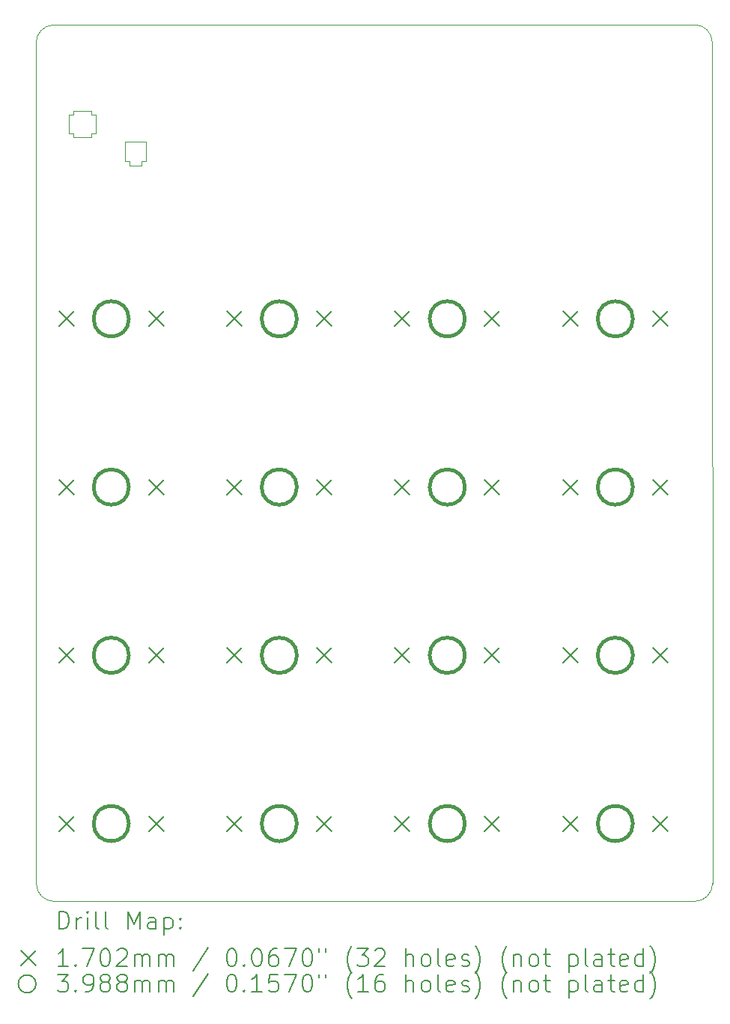
<source format=gbr>
%TF.GenerationSoftware,KiCad,Pcbnew,8.0.5*%
%TF.CreationDate,2024-10-25T18:54:29-04:00*%
%TF.ProjectId,macropad,6d616372-6f70-4616-942e-6b696361645f,v1.0.0*%
%TF.SameCoordinates,Original*%
%TF.FileFunction,Drillmap*%
%TF.FilePolarity,Positive*%
%FSLAX45Y45*%
G04 Gerber Fmt 4.5, Leading zero omitted, Abs format (unit mm)*
G04 Created by KiCad (PCBNEW 8.0.5) date 2024-10-25 18:54:29*
%MOMM*%
%LPD*%
G01*
G04 APERTURE LIST*
%ADD10C,0.050000*%
%ADD11C,0.100000*%
%ADD12C,0.200000*%
%ADD13C,0.170180*%
%ADD14C,0.398780*%
G04 APERTURE END LIST*
D10*
X8252421Y-13197579D02*
X15499579Y-13197579D01*
X8243000Y-3300000D02*
X15496579Y-3296421D01*
X8051244Y-3500000D02*
G75*
G02*
X8243000Y-3300001I200176J0D01*
G01*
X8051244Y-3500000D02*
X8052421Y-12997579D01*
X15699579Y-12997579D02*
G75*
G02*
X15499579Y-13197579I-199999J-1D01*
G01*
X8252421Y-13197579D02*
G75*
G02*
X8052421Y-12997579I-1J199999D01*
G01*
X15496579Y-3296421D02*
G75*
G02*
X15696579Y-3496421I1J-199999D01*
G01*
X15696579Y-3496421D02*
X15699579Y-12997579D01*
D11*
X8417800Y-4317000D02*
X8467800Y-4317000D01*
X8417800Y-4521000D02*
X8417800Y-4317000D01*
X8467800Y-4267000D02*
X8671800Y-4267000D01*
X8467800Y-4317000D02*
X8467800Y-4267000D01*
X8467800Y-4521000D02*
X8417800Y-4521000D01*
X8467800Y-4571000D02*
X8467800Y-4521000D01*
X8671800Y-4267000D02*
X8671800Y-4317000D01*
X8671800Y-4317000D02*
X8721800Y-4317000D01*
X8671800Y-4521000D02*
X8671800Y-4571000D01*
X8671800Y-4571000D02*
X8467800Y-4571000D01*
X8721800Y-4317000D02*
X8721800Y-4521000D01*
X8721800Y-4521000D02*
X8671800Y-4521000D01*
X9052800Y-4622200D02*
X9293300Y-4622200D01*
X9052800Y-4838500D02*
X9052800Y-4622200D01*
X9102800Y-4838500D02*
X9052800Y-4838500D01*
X9102800Y-4888500D02*
X9102800Y-4838500D01*
X9243300Y-4838500D02*
X9243300Y-4888500D01*
X9243300Y-4888500D02*
X9102800Y-4888500D01*
X9293300Y-4622200D02*
X9293300Y-4838500D01*
X9293300Y-4838500D02*
X9243300Y-4838500D01*
D12*
D13*
X8306910Y-6533910D02*
X8477090Y-6704090D01*
X8477090Y-6533910D02*
X8306910Y-6704090D01*
X8306910Y-8433910D02*
X8477090Y-8604090D01*
X8477090Y-8433910D02*
X8306910Y-8604090D01*
X8306910Y-10333910D02*
X8477090Y-10504090D01*
X8477090Y-10333910D02*
X8306910Y-10504090D01*
X8306910Y-12233910D02*
X8477090Y-12404090D01*
X8477090Y-12233910D02*
X8306910Y-12404090D01*
X9322910Y-6533910D02*
X9493090Y-6704090D01*
X9493090Y-6533910D02*
X9322910Y-6704090D01*
X9322910Y-8433910D02*
X9493090Y-8604090D01*
X9493090Y-8433910D02*
X9322910Y-8604090D01*
X9322910Y-10333910D02*
X9493090Y-10504090D01*
X9493090Y-10333910D02*
X9322910Y-10504090D01*
X9322910Y-12233910D02*
X9493090Y-12404090D01*
X9493090Y-12233910D02*
X9322910Y-12404090D01*
X10206910Y-6533910D02*
X10377090Y-6704090D01*
X10377090Y-6533910D02*
X10206910Y-6704090D01*
X10206910Y-8433910D02*
X10377090Y-8604090D01*
X10377090Y-8433910D02*
X10206910Y-8604090D01*
X10206910Y-10333910D02*
X10377090Y-10504090D01*
X10377090Y-10333910D02*
X10206910Y-10504090D01*
X10206910Y-12233910D02*
X10377090Y-12404090D01*
X10377090Y-12233910D02*
X10206910Y-12404090D01*
X11222910Y-6533910D02*
X11393090Y-6704090D01*
X11393090Y-6533910D02*
X11222910Y-6704090D01*
X11222910Y-8433910D02*
X11393090Y-8604090D01*
X11393090Y-8433910D02*
X11222910Y-8604090D01*
X11222910Y-10333910D02*
X11393090Y-10504090D01*
X11393090Y-10333910D02*
X11222910Y-10504090D01*
X11222910Y-12233910D02*
X11393090Y-12404090D01*
X11393090Y-12233910D02*
X11222910Y-12404090D01*
X12106910Y-6533910D02*
X12277090Y-6704090D01*
X12277090Y-6533910D02*
X12106910Y-6704090D01*
X12106910Y-8433910D02*
X12277090Y-8604090D01*
X12277090Y-8433910D02*
X12106910Y-8604090D01*
X12106910Y-10333910D02*
X12277090Y-10504090D01*
X12277090Y-10333910D02*
X12106910Y-10504090D01*
X12106910Y-12233910D02*
X12277090Y-12404090D01*
X12277090Y-12233910D02*
X12106910Y-12404090D01*
X13122910Y-6533910D02*
X13293090Y-6704090D01*
X13293090Y-6533910D02*
X13122910Y-6704090D01*
X13122910Y-8433910D02*
X13293090Y-8604090D01*
X13293090Y-8433910D02*
X13122910Y-8604090D01*
X13122910Y-10333910D02*
X13293090Y-10504090D01*
X13293090Y-10333910D02*
X13122910Y-10504090D01*
X13122910Y-12233910D02*
X13293090Y-12404090D01*
X13293090Y-12233910D02*
X13122910Y-12404090D01*
X14006910Y-6533910D02*
X14177090Y-6704090D01*
X14177090Y-6533910D02*
X14006910Y-6704090D01*
X14006910Y-8433910D02*
X14177090Y-8604090D01*
X14177090Y-8433910D02*
X14006910Y-8604090D01*
X14006910Y-10333910D02*
X14177090Y-10504090D01*
X14177090Y-10333910D02*
X14006910Y-10504090D01*
X14006910Y-12233910D02*
X14177090Y-12404090D01*
X14177090Y-12233910D02*
X14006910Y-12404090D01*
X15022910Y-6533910D02*
X15193090Y-6704090D01*
X15193090Y-6533910D02*
X15022910Y-6704090D01*
X15022910Y-8433910D02*
X15193090Y-8604090D01*
X15193090Y-8433910D02*
X15022910Y-8604090D01*
X15022910Y-10333910D02*
X15193090Y-10504090D01*
X15193090Y-10333910D02*
X15022910Y-10504090D01*
X15022910Y-12233910D02*
X15193090Y-12404090D01*
X15193090Y-12233910D02*
X15022910Y-12404090D01*
D14*
X9099390Y-6619000D02*
G75*
G02*
X8700610Y-6619000I-199390J0D01*
G01*
X8700610Y-6619000D02*
G75*
G02*
X9099390Y-6619000I199390J0D01*
G01*
X9099390Y-8519000D02*
G75*
G02*
X8700610Y-8519000I-199390J0D01*
G01*
X8700610Y-8519000D02*
G75*
G02*
X9099390Y-8519000I199390J0D01*
G01*
X9099390Y-10419000D02*
G75*
G02*
X8700610Y-10419000I-199390J0D01*
G01*
X8700610Y-10419000D02*
G75*
G02*
X9099390Y-10419000I199390J0D01*
G01*
X9099390Y-12319000D02*
G75*
G02*
X8700610Y-12319000I-199390J0D01*
G01*
X8700610Y-12319000D02*
G75*
G02*
X9099390Y-12319000I199390J0D01*
G01*
X10999390Y-6619000D02*
G75*
G02*
X10600610Y-6619000I-199390J0D01*
G01*
X10600610Y-6619000D02*
G75*
G02*
X10999390Y-6619000I199390J0D01*
G01*
X10999390Y-8519000D02*
G75*
G02*
X10600610Y-8519000I-199390J0D01*
G01*
X10600610Y-8519000D02*
G75*
G02*
X10999390Y-8519000I199390J0D01*
G01*
X10999390Y-10419000D02*
G75*
G02*
X10600610Y-10419000I-199390J0D01*
G01*
X10600610Y-10419000D02*
G75*
G02*
X10999390Y-10419000I199390J0D01*
G01*
X10999390Y-12319000D02*
G75*
G02*
X10600610Y-12319000I-199390J0D01*
G01*
X10600610Y-12319000D02*
G75*
G02*
X10999390Y-12319000I199390J0D01*
G01*
X12899390Y-6619000D02*
G75*
G02*
X12500610Y-6619000I-199390J0D01*
G01*
X12500610Y-6619000D02*
G75*
G02*
X12899390Y-6619000I199390J0D01*
G01*
X12899390Y-8519000D02*
G75*
G02*
X12500610Y-8519000I-199390J0D01*
G01*
X12500610Y-8519000D02*
G75*
G02*
X12899390Y-8519000I199390J0D01*
G01*
X12899390Y-10419000D02*
G75*
G02*
X12500610Y-10419000I-199390J0D01*
G01*
X12500610Y-10419000D02*
G75*
G02*
X12899390Y-10419000I199390J0D01*
G01*
X12899390Y-12319000D02*
G75*
G02*
X12500610Y-12319000I-199390J0D01*
G01*
X12500610Y-12319000D02*
G75*
G02*
X12899390Y-12319000I199390J0D01*
G01*
X14799390Y-6619000D02*
G75*
G02*
X14400610Y-6619000I-199390J0D01*
G01*
X14400610Y-6619000D02*
G75*
G02*
X14799390Y-6619000I199390J0D01*
G01*
X14799390Y-8519000D02*
G75*
G02*
X14400610Y-8519000I-199390J0D01*
G01*
X14400610Y-8519000D02*
G75*
G02*
X14799390Y-8519000I199390J0D01*
G01*
X14799390Y-10419000D02*
G75*
G02*
X14400610Y-10419000I-199390J0D01*
G01*
X14400610Y-10419000D02*
G75*
G02*
X14799390Y-10419000I199390J0D01*
G01*
X14799390Y-12319000D02*
G75*
G02*
X14400610Y-12319000I-199390J0D01*
G01*
X14400610Y-12319000D02*
G75*
G02*
X14799390Y-12319000I199390J0D01*
G01*
D12*
X8309521Y-13511562D02*
X8309521Y-13311562D01*
X8309521Y-13311562D02*
X8357140Y-13311562D01*
X8357140Y-13311562D02*
X8385711Y-13321086D01*
X8385711Y-13321086D02*
X8404759Y-13340134D01*
X8404759Y-13340134D02*
X8414283Y-13359181D01*
X8414283Y-13359181D02*
X8423807Y-13397277D01*
X8423807Y-13397277D02*
X8423807Y-13425848D01*
X8423807Y-13425848D02*
X8414283Y-13463943D01*
X8414283Y-13463943D02*
X8404759Y-13482991D01*
X8404759Y-13482991D02*
X8385711Y-13502039D01*
X8385711Y-13502039D02*
X8357140Y-13511562D01*
X8357140Y-13511562D02*
X8309521Y-13511562D01*
X8509521Y-13511562D02*
X8509521Y-13378229D01*
X8509521Y-13416324D02*
X8519045Y-13397277D01*
X8519045Y-13397277D02*
X8528569Y-13387753D01*
X8528569Y-13387753D02*
X8547616Y-13378229D01*
X8547616Y-13378229D02*
X8566664Y-13378229D01*
X8633331Y-13511562D02*
X8633331Y-13378229D01*
X8633331Y-13311562D02*
X8623807Y-13321086D01*
X8623807Y-13321086D02*
X8633331Y-13330610D01*
X8633331Y-13330610D02*
X8642854Y-13321086D01*
X8642854Y-13321086D02*
X8633331Y-13311562D01*
X8633331Y-13311562D02*
X8633331Y-13330610D01*
X8757140Y-13511562D02*
X8738092Y-13502039D01*
X8738092Y-13502039D02*
X8728569Y-13482991D01*
X8728569Y-13482991D02*
X8728569Y-13311562D01*
X8861902Y-13511562D02*
X8842854Y-13502039D01*
X8842854Y-13502039D02*
X8833331Y-13482991D01*
X8833331Y-13482991D02*
X8833331Y-13311562D01*
X9090473Y-13511562D02*
X9090473Y-13311562D01*
X9090473Y-13311562D02*
X9157140Y-13454419D01*
X9157140Y-13454419D02*
X9223807Y-13311562D01*
X9223807Y-13311562D02*
X9223807Y-13511562D01*
X9404759Y-13511562D02*
X9404759Y-13406800D01*
X9404759Y-13406800D02*
X9395235Y-13387753D01*
X9395235Y-13387753D02*
X9376188Y-13378229D01*
X9376188Y-13378229D02*
X9338092Y-13378229D01*
X9338092Y-13378229D02*
X9319045Y-13387753D01*
X9404759Y-13502039D02*
X9385712Y-13511562D01*
X9385712Y-13511562D02*
X9338092Y-13511562D01*
X9338092Y-13511562D02*
X9319045Y-13502039D01*
X9319045Y-13502039D02*
X9309521Y-13482991D01*
X9309521Y-13482991D02*
X9309521Y-13463943D01*
X9309521Y-13463943D02*
X9319045Y-13444896D01*
X9319045Y-13444896D02*
X9338092Y-13435372D01*
X9338092Y-13435372D02*
X9385712Y-13435372D01*
X9385712Y-13435372D02*
X9404759Y-13425848D01*
X9499997Y-13378229D02*
X9499997Y-13578229D01*
X9499997Y-13387753D02*
X9519045Y-13378229D01*
X9519045Y-13378229D02*
X9557140Y-13378229D01*
X9557140Y-13378229D02*
X9576188Y-13387753D01*
X9576188Y-13387753D02*
X9585712Y-13397277D01*
X9585712Y-13397277D02*
X9595235Y-13416324D01*
X9595235Y-13416324D02*
X9595235Y-13473467D01*
X9595235Y-13473467D02*
X9585712Y-13492515D01*
X9585712Y-13492515D02*
X9576188Y-13502039D01*
X9576188Y-13502039D02*
X9557140Y-13511562D01*
X9557140Y-13511562D02*
X9519045Y-13511562D01*
X9519045Y-13511562D02*
X9499997Y-13502039D01*
X9680950Y-13492515D02*
X9690473Y-13502039D01*
X9690473Y-13502039D02*
X9680950Y-13511562D01*
X9680950Y-13511562D02*
X9671426Y-13502039D01*
X9671426Y-13502039D02*
X9680950Y-13492515D01*
X9680950Y-13492515D02*
X9680950Y-13511562D01*
X9680950Y-13387753D02*
X9690473Y-13397277D01*
X9690473Y-13397277D02*
X9680950Y-13406800D01*
X9680950Y-13406800D02*
X9671426Y-13397277D01*
X9671426Y-13397277D02*
X9680950Y-13387753D01*
X9680950Y-13387753D02*
X9680950Y-13406800D01*
D13*
X7878564Y-13754989D02*
X8048744Y-13925169D01*
X8048744Y-13754989D02*
X7878564Y-13925169D01*
D12*
X8414283Y-13931562D02*
X8299997Y-13931562D01*
X8357140Y-13931562D02*
X8357140Y-13731562D01*
X8357140Y-13731562D02*
X8338092Y-13760134D01*
X8338092Y-13760134D02*
X8319045Y-13779181D01*
X8319045Y-13779181D02*
X8299997Y-13788705D01*
X8499997Y-13912515D02*
X8509521Y-13922039D01*
X8509521Y-13922039D02*
X8499997Y-13931562D01*
X8499997Y-13931562D02*
X8490473Y-13922039D01*
X8490473Y-13922039D02*
X8499997Y-13912515D01*
X8499997Y-13912515D02*
X8499997Y-13931562D01*
X8576188Y-13731562D02*
X8709521Y-13731562D01*
X8709521Y-13731562D02*
X8623807Y-13931562D01*
X8823807Y-13731562D02*
X8842854Y-13731562D01*
X8842854Y-13731562D02*
X8861902Y-13741086D01*
X8861902Y-13741086D02*
X8871426Y-13750610D01*
X8871426Y-13750610D02*
X8880950Y-13769658D01*
X8880950Y-13769658D02*
X8890473Y-13807753D01*
X8890473Y-13807753D02*
X8890473Y-13855372D01*
X8890473Y-13855372D02*
X8880950Y-13893467D01*
X8880950Y-13893467D02*
X8871426Y-13912515D01*
X8871426Y-13912515D02*
X8861902Y-13922039D01*
X8861902Y-13922039D02*
X8842854Y-13931562D01*
X8842854Y-13931562D02*
X8823807Y-13931562D01*
X8823807Y-13931562D02*
X8804759Y-13922039D01*
X8804759Y-13922039D02*
X8795235Y-13912515D01*
X8795235Y-13912515D02*
X8785712Y-13893467D01*
X8785712Y-13893467D02*
X8776188Y-13855372D01*
X8776188Y-13855372D02*
X8776188Y-13807753D01*
X8776188Y-13807753D02*
X8785712Y-13769658D01*
X8785712Y-13769658D02*
X8795235Y-13750610D01*
X8795235Y-13750610D02*
X8804759Y-13741086D01*
X8804759Y-13741086D02*
X8823807Y-13731562D01*
X8966664Y-13750610D02*
X8976188Y-13741086D01*
X8976188Y-13741086D02*
X8995235Y-13731562D01*
X8995235Y-13731562D02*
X9042854Y-13731562D01*
X9042854Y-13731562D02*
X9061902Y-13741086D01*
X9061902Y-13741086D02*
X9071426Y-13750610D01*
X9071426Y-13750610D02*
X9080950Y-13769658D01*
X9080950Y-13769658D02*
X9080950Y-13788705D01*
X9080950Y-13788705D02*
X9071426Y-13817277D01*
X9071426Y-13817277D02*
X8957140Y-13931562D01*
X8957140Y-13931562D02*
X9080950Y-13931562D01*
X9166664Y-13931562D02*
X9166664Y-13798229D01*
X9166664Y-13817277D02*
X9176188Y-13807753D01*
X9176188Y-13807753D02*
X9195235Y-13798229D01*
X9195235Y-13798229D02*
X9223807Y-13798229D01*
X9223807Y-13798229D02*
X9242854Y-13807753D01*
X9242854Y-13807753D02*
X9252378Y-13826800D01*
X9252378Y-13826800D02*
X9252378Y-13931562D01*
X9252378Y-13826800D02*
X9261902Y-13807753D01*
X9261902Y-13807753D02*
X9280950Y-13798229D01*
X9280950Y-13798229D02*
X9309521Y-13798229D01*
X9309521Y-13798229D02*
X9328569Y-13807753D01*
X9328569Y-13807753D02*
X9338093Y-13826800D01*
X9338093Y-13826800D02*
X9338093Y-13931562D01*
X9433331Y-13931562D02*
X9433331Y-13798229D01*
X9433331Y-13817277D02*
X9442854Y-13807753D01*
X9442854Y-13807753D02*
X9461902Y-13798229D01*
X9461902Y-13798229D02*
X9490474Y-13798229D01*
X9490474Y-13798229D02*
X9509521Y-13807753D01*
X9509521Y-13807753D02*
X9519045Y-13826800D01*
X9519045Y-13826800D02*
X9519045Y-13931562D01*
X9519045Y-13826800D02*
X9528569Y-13807753D01*
X9528569Y-13807753D02*
X9547616Y-13798229D01*
X9547616Y-13798229D02*
X9576188Y-13798229D01*
X9576188Y-13798229D02*
X9595235Y-13807753D01*
X9595235Y-13807753D02*
X9604759Y-13826800D01*
X9604759Y-13826800D02*
X9604759Y-13931562D01*
X9995235Y-13722039D02*
X9823807Y-13979181D01*
X10252378Y-13731562D02*
X10271426Y-13731562D01*
X10271426Y-13731562D02*
X10290474Y-13741086D01*
X10290474Y-13741086D02*
X10299997Y-13750610D01*
X10299997Y-13750610D02*
X10309521Y-13769658D01*
X10309521Y-13769658D02*
X10319045Y-13807753D01*
X10319045Y-13807753D02*
X10319045Y-13855372D01*
X10319045Y-13855372D02*
X10309521Y-13893467D01*
X10309521Y-13893467D02*
X10299997Y-13912515D01*
X10299997Y-13912515D02*
X10290474Y-13922039D01*
X10290474Y-13922039D02*
X10271426Y-13931562D01*
X10271426Y-13931562D02*
X10252378Y-13931562D01*
X10252378Y-13931562D02*
X10233331Y-13922039D01*
X10233331Y-13922039D02*
X10223807Y-13912515D01*
X10223807Y-13912515D02*
X10214283Y-13893467D01*
X10214283Y-13893467D02*
X10204759Y-13855372D01*
X10204759Y-13855372D02*
X10204759Y-13807753D01*
X10204759Y-13807753D02*
X10214283Y-13769658D01*
X10214283Y-13769658D02*
X10223807Y-13750610D01*
X10223807Y-13750610D02*
X10233331Y-13741086D01*
X10233331Y-13741086D02*
X10252378Y-13731562D01*
X10404759Y-13912515D02*
X10414283Y-13922039D01*
X10414283Y-13922039D02*
X10404759Y-13931562D01*
X10404759Y-13931562D02*
X10395236Y-13922039D01*
X10395236Y-13922039D02*
X10404759Y-13912515D01*
X10404759Y-13912515D02*
X10404759Y-13931562D01*
X10538093Y-13731562D02*
X10557140Y-13731562D01*
X10557140Y-13731562D02*
X10576188Y-13741086D01*
X10576188Y-13741086D02*
X10585712Y-13750610D01*
X10585712Y-13750610D02*
X10595236Y-13769658D01*
X10595236Y-13769658D02*
X10604759Y-13807753D01*
X10604759Y-13807753D02*
X10604759Y-13855372D01*
X10604759Y-13855372D02*
X10595236Y-13893467D01*
X10595236Y-13893467D02*
X10585712Y-13912515D01*
X10585712Y-13912515D02*
X10576188Y-13922039D01*
X10576188Y-13922039D02*
X10557140Y-13931562D01*
X10557140Y-13931562D02*
X10538093Y-13931562D01*
X10538093Y-13931562D02*
X10519045Y-13922039D01*
X10519045Y-13922039D02*
X10509521Y-13912515D01*
X10509521Y-13912515D02*
X10499997Y-13893467D01*
X10499997Y-13893467D02*
X10490474Y-13855372D01*
X10490474Y-13855372D02*
X10490474Y-13807753D01*
X10490474Y-13807753D02*
X10499997Y-13769658D01*
X10499997Y-13769658D02*
X10509521Y-13750610D01*
X10509521Y-13750610D02*
X10519045Y-13741086D01*
X10519045Y-13741086D02*
X10538093Y-13731562D01*
X10776188Y-13731562D02*
X10738093Y-13731562D01*
X10738093Y-13731562D02*
X10719045Y-13741086D01*
X10719045Y-13741086D02*
X10709521Y-13750610D01*
X10709521Y-13750610D02*
X10690474Y-13779181D01*
X10690474Y-13779181D02*
X10680950Y-13817277D01*
X10680950Y-13817277D02*
X10680950Y-13893467D01*
X10680950Y-13893467D02*
X10690474Y-13912515D01*
X10690474Y-13912515D02*
X10699997Y-13922039D01*
X10699997Y-13922039D02*
X10719045Y-13931562D01*
X10719045Y-13931562D02*
X10757140Y-13931562D01*
X10757140Y-13931562D02*
X10776188Y-13922039D01*
X10776188Y-13922039D02*
X10785712Y-13912515D01*
X10785712Y-13912515D02*
X10795236Y-13893467D01*
X10795236Y-13893467D02*
X10795236Y-13845848D01*
X10795236Y-13845848D02*
X10785712Y-13826800D01*
X10785712Y-13826800D02*
X10776188Y-13817277D01*
X10776188Y-13817277D02*
X10757140Y-13807753D01*
X10757140Y-13807753D02*
X10719045Y-13807753D01*
X10719045Y-13807753D02*
X10699997Y-13817277D01*
X10699997Y-13817277D02*
X10690474Y-13826800D01*
X10690474Y-13826800D02*
X10680950Y-13845848D01*
X10861902Y-13731562D02*
X10995236Y-13731562D01*
X10995236Y-13731562D02*
X10909521Y-13931562D01*
X11109521Y-13731562D02*
X11128569Y-13731562D01*
X11128569Y-13731562D02*
X11147617Y-13741086D01*
X11147617Y-13741086D02*
X11157140Y-13750610D01*
X11157140Y-13750610D02*
X11166664Y-13769658D01*
X11166664Y-13769658D02*
X11176188Y-13807753D01*
X11176188Y-13807753D02*
X11176188Y-13855372D01*
X11176188Y-13855372D02*
X11166664Y-13893467D01*
X11166664Y-13893467D02*
X11157140Y-13912515D01*
X11157140Y-13912515D02*
X11147617Y-13922039D01*
X11147617Y-13922039D02*
X11128569Y-13931562D01*
X11128569Y-13931562D02*
X11109521Y-13931562D01*
X11109521Y-13931562D02*
X11090474Y-13922039D01*
X11090474Y-13922039D02*
X11080950Y-13912515D01*
X11080950Y-13912515D02*
X11071426Y-13893467D01*
X11071426Y-13893467D02*
X11061902Y-13855372D01*
X11061902Y-13855372D02*
X11061902Y-13807753D01*
X11061902Y-13807753D02*
X11071426Y-13769658D01*
X11071426Y-13769658D02*
X11080950Y-13750610D01*
X11080950Y-13750610D02*
X11090474Y-13741086D01*
X11090474Y-13741086D02*
X11109521Y-13731562D01*
X11252378Y-13731562D02*
X11252378Y-13769658D01*
X11328569Y-13731562D02*
X11328569Y-13769658D01*
X11623807Y-14007753D02*
X11614283Y-13998229D01*
X11614283Y-13998229D02*
X11595236Y-13969658D01*
X11595236Y-13969658D02*
X11585712Y-13950610D01*
X11585712Y-13950610D02*
X11576188Y-13922039D01*
X11576188Y-13922039D02*
X11566664Y-13874419D01*
X11566664Y-13874419D02*
X11566664Y-13836324D01*
X11566664Y-13836324D02*
X11576188Y-13788705D01*
X11576188Y-13788705D02*
X11585712Y-13760134D01*
X11585712Y-13760134D02*
X11595236Y-13741086D01*
X11595236Y-13741086D02*
X11614283Y-13712515D01*
X11614283Y-13712515D02*
X11623807Y-13702991D01*
X11680950Y-13731562D02*
X11804759Y-13731562D01*
X11804759Y-13731562D02*
X11738093Y-13807753D01*
X11738093Y-13807753D02*
X11766664Y-13807753D01*
X11766664Y-13807753D02*
X11785712Y-13817277D01*
X11785712Y-13817277D02*
X11795236Y-13826800D01*
X11795236Y-13826800D02*
X11804759Y-13845848D01*
X11804759Y-13845848D02*
X11804759Y-13893467D01*
X11804759Y-13893467D02*
X11795236Y-13912515D01*
X11795236Y-13912515D02*
X11785712Y-13922039D01*
X11785712Y-13922039D02*
X11766664Y-13931562D01*
X11766664Y-13931562D02*
X11709521Y-13931562D01*
X11709521Y-13931562D02*
X11690474Y-13922039D01*
X11690474Y-13922039D02*
X11680950Y-13912515D01*
X11880950Y-13750610D02*
X11890474Y-13741086D01*
X11890474Y-13741086D02*
X11909521Y-13731562D01*
X11909521Y-13731562D02*
X11957140Y-13731562D01*
X11957140Y-13731562D02*
X11976188Y-13741086D01*
X11976188Y-13741086D02*
X11985712Y-13750610D01*
X11985712Y-13750610D02*
X11995236Y-13769658D01*
X11995236Y-13769658D02*
X11995236Y-13788705D01*
X11995236Y-13788705D02*
X11985712Y-13817277D01*
X11985712Y-13817277D02*
X11871426Y-13931562D01*
X11871426Y-13931562D02*
X11995236Y-13931562D01*
X12233331Y-13931562D02*
X12233331Y-13731562D01*
X12319045Y-13931562D02*
X12319045Y-13826800D01*
X12319045Y-13826800D02*
X12309521Y-13807753D01*
X12309521Y-13807753D02*
X12290474Y-13798229D01*
X12290474Y-13798229D02*
X12261902Y-13798229D01*
X12261902Y-13798229D02*
X12242855Y-13807753D01*
X12242855Y-13807753D02*
X12233331Y-13817277D01*
X12442855Y-13931562D02*
X12423807Y-13922039D01*
X12423807Y-13922039D02*
X12414283Y-13912515D01*
X12414283Y-13912515D02*
X12404759Y-13893467D01*
X12404759Y-13893467D02*
X12404759Y-13836324D01*
X12404759Y-13836324D02*
X12414283Y-13817277D01*
X12414283Y-13817277D02*
X12423807Y-13807753D01*
X12423807Y-13807753D02*
X12442855Y-13798229D01*
X12442855Y-13798229D02*
X12471426Y-13798229D01*
X12471426Y-13798229D02*
X12490474Y-13807753D01*
X12490474Y-13807753D02*
X12499998Y-13817277D01*
X12499998Y-13817277D02*
X12509521Y-13836324D01*
X12509521Y-13836324D02*
X12509521Y-13893467D01*
X12509521Y-13893467D02*
X12499998Y-13912515D01*
X12499998Y-13912515D02*
X12490474Y-13922039D01*
X12490474Y-13922039D02*
X12471426Y-13931562D01*
X12471426Y-13931562D02*
X12442855Y-13931562D01*
X12623807Y-13931562D02*
X12604759Y-13922039D01*
X12604759Y-13922039D02*
X12595236Y-13902991D01*
X12595236Y-13902991D02*
X12595236Y-13731562D01*
X12776188Y-13922039D02*
X12757140Y-13931562D01*
X12757140Y-13931562D02*
X12719045Y-13931562D01*
X12719045Y-13931562D02*
X12699998Y-13922039D01*
X12699998Y-13922039D02*
X12690474Y-13902991D01*
X12690474Y-13902991D02*
X12690474Y-13826800D01*
X12690474Y-13826800D02*
X12699998Y-13807753D01*
X12699998Y-13807753D02*
X12719045Y-13798229D01*
X12719045Y-13798229D02*
X12757140Y-13798229D01*
X12757140Y-13798229D02*
X12776188Y-13807753D01*
X12776188Y-13807753D02*
X12785712Y-13826800D01*
X12785712Y-13826800D02*
X12785712Y-13845848D01*
X12785712Y-13845848D02*
X12690474Y-13864896D01*
X12861902Y-13922039D02*
X12880950Y-13931562D01*
X12880950Y-13931562D02*
X12919045Y-13931562D01*
X12919045Y-13931562D02*
X12938093Y-13922039D01*
X12938093Y-13922039D02*
X12947617Y-13902991D01*
X12947617Y-13902991D02*
X12947617Y-13893467D01*
X12947617Y-13893467D02*
X12938093Y-13874419D01*
X12938093Y-13874419D02*
X12919045Y-13864896D01*
X12919045Y-13864896D02*
X12890474Y-13864896D01*
X12890474Y-13864896D02*
X12871426Y-13855372D01*
X12871426Y-13855372D02*
X12861902Y-13836324D01*
X12861902Y-13836324D02*
X12861902Y-13826800D01*
X12861902Y-13826800D02*
X12871426Y-13807753D01*
X12871426Y-13807753D02*
X12890474Y-13798229D01*
X12890474Y-13798229D02*
X12919045Y-13798229D01*
X12919045Y-13798229D02*
X12938093Y-13807753D01*
X13014283Y-14007753D02*
X13023807Y-13998229D01*
X13023807Y-13998229D02*
X13042855Y-13969658D01*
X13042855Y-13969658D02*
X13052379Y-13950610D01*
X13052379Y-13950610D02*
X13061902Y-13922039D01*
X13061902Y-13922039D02*
X13071426Y-13874419D01*
X13071426Y-13874419D02*
X13071426Y-13836324D01*
X13071426Y-13836324D02*
X13061902Y-13788705D01*
X13061902Y-13788705D02*
X13052379Y-13760134D01*
X13052379Y-13760134D02*
X13042855Y-13741086D01*
X13042855Y-13741086D02*
X13023807Y-13712515D01*
X13023807Y-13712515D02*
X13014283Y-13702991D01*
X13376188Y-14007753D02*
X13366664Y-13998229D01*
X13366664Y-13998229D02*
X13347617Y-13969658D01*
X13347617Y-13969658D02*
X13338093Y-13950610D01*
X13338093Y-13950610D02*
X13328569Y-13922039D01*
X13328569Y-13922039D02*
X13319045Y-13874419D01*
X13319045Y-13874419D02*
X13319045Y-13836324D01*
X13319045Y-13836324D02*
X13328569Y-13788705D01*
X13328569Y-13788705D02*
X13338093Y-13760134D01*
X13338093Y-13760134D02*
X13347617Y-13741086D01*
X13347617Y-13741086D02*
X13366664Y-13712515D01*
X13366664Y-13712515D02*
X13376188Y-13702991D01*
X13452379Y-13798229D02*
X13452379Y-13931562D01*
X13452379Y-13817277D02*
X13461902Y-13807753D01*
X13461902Y-13807753D02*
X13480950Y-13798229D01*
X13480950Y-13798229D02*
X13509521Y-13798229D01*
X13509521Y-13798229D02*
X13528569Y-13807753D01*
X13528569Y-13807753D02*
X13538093Y-13826800D01*
X13538093Y-13826800D02*
X13538093Y-13931562D01*
X13661902Y-13931562D02*
X13642855Y-13922039D01*
X13642855Y-13922039D02*
X13633331Y-13912515D01*
X13633331Y-13912515D02*
X13623807Y-13893467D01*
X13623807Y-13893467D02*
X13623807Y-13836324D01*
X13623807Y-13836324D02*
X13633331Y-13817277D01*
X13633331Y-13817277D02*
X13642855Y-13807753D01*
X13642855Y-13807753D02*
X13661902Y-13798229D01*
X13661902Y-13798229D02*
X13690474Y-13798229D01*
X13690474Y-13798229D02*
X13709521Y-13807753D01*
X13709521Y-13807753D02*
X13719045Y-13817277D01*
X13719045Y-13817277D02*
X13728569Y-13836324D01*
X13728569Y-13836324D02*
X13728569Y-13893467D01*
X13728569Y-13893467D02*
X13719045Y-13912515D01*
X13719045Y-13912515D02*
X13709521Y-13922039D01*
X13709521Y-13922039D02*
X13690474Y-13931562D01*
X13690474Y-13931562D02*
X13661902Y-13931562D01*
X13785712Y-13798229D02*
X13861902Y-13798229D01*
X13814283Y-13731562D02*
X13814283Y-13902991D01*
X13814283Y-13902991D02*
X13823807Y-13922039D01*
X13823807Y-13922039D02*
X13842855Y-13931562D01*
X13842855Y-13931562D02*
X13861902Y-13931562D01*
X14080950Y-13798229D02*
X14080950Y-13998229D01*
X14080950Y-13807753D02*
X14099998Y-13798229D01*
X14099998Y-13798229D02*
X14138093Y-13798229D01*
X14138093Y-13798229D02*
X14157141Y-13807753D01*
X14157141Y-13807753D02*
X14166664Y-13817277D01*
X14166664Y-13817277D02*
X14176188Y-13836324D01*
X14176188Y-13836324D02*
X14176188Y-13893467D01*
X14176188Y-13893467D02*
X14166664Y-13912515D01*
X14166664Y-13912515D02*
X14157141Y-13922039D01*
X14157141Y-13922039D02*
X14138093Y-13931562D01*
X14138093Y-13931562D02*
X14099998Y-13931562D01*
X14099998Y-13931562D02*
X14080950Y-13922039D01*
X14290474Y-13931562D02*
X14271426Y-13922039D01*
X14271426Y-13922039D02*
X14261902Y-13902991D01*
X14261902Y-13902991D02*
X14261902Y-13731562D01*
X14452379Y-13931562D02*
X14452379Y-13826800D01*
X14452379Y-13826800D02*
X14442855Y-13807753D01*
X14442855Y-13807753D02*
X14423807Y-13798229D01*
X14423807Y-13798229D02*
X14385712Y-13798229D01*
X14385712Y-13798229D02*
X14366664Y-13807753D01*
X14452379Y-13922039D02*
X14433331Y-13931562D01*
X14433331Y-13931562D02*
X14385712Y-13931562D01*
X14385712Y-13931562D02*
X14366664Y-13922039D01*
X14366664Y-13922039D02*
X14357141Y-13902991D01*
X14357141Y-13902991D02*
X14357141Y-13883943D01*
X14357141Y-13883943D02*
X14366664Y-13864896D01*
X14366664Y-13864896D02*
X14385712Y-13855372D01*
X14385712Y-13855372D02*
X14433331Y-13855372D01*
X14433331Y-13855372D02*
X14452379Y-13845848D01*
X14519045Y-13798229D02*
X14595236Y-13798229D01*
X14547617Y-13731562D02*
X14547617Y-13902991D01*
X14547617Y-13902991D02*
X14557141Y-13922039D01*
X14557141Y-13922039D02*
X14576188Y-13931562D01*
X14576188Y-13931562D02*
X14595236Y-13931562D01*
X14738093Y-13922039D02*
X14719045Y-13931562D01*
X14719045Y-13931562D02*
X14680950Y-13931562D01*
X14680950Y-13931562D02*
X14661902Y-13922039D01*
X14661902Y-13922039D02*
X14652379Y-13902991D01*
X14652379Y-13902991D02*
X14652379Y-13826800D01*
X14652379Y-13826800D02*
X14661902Y-13807753D01*
X14661902Y-13807753D02*
X14680950Y-13798229D01*
X14680950Y-13798229D02*
X14719045Y-13798229D01*
X14719045Y-13798229D02*
X14738093Y-13807753D01*
X14738093Y-13807753D02*
X14747617Y-13826800D01*
X14747617Y-13826800D02*
X14747617Y-13845848D01*
X14747617Y-13845848D02*
X14652379Y-13864896D01*
X14919045Y-13931562D02*
X14919045Y-13731562D01*
X14919045Y-13922039D02*
X14899998Y-13931562D01*
X14899998Y-13931562D02*
X14861902Y-13931562D01*
X14861902Y-13931562D02*
X14842855Y-13922039D01*
X14842855Y-13922039D02*
X14833331Y-13912515D01*
X14833331Y-13912515D02*
X14823807Y-13893467D01*
X14823807Y-13893467D02*
X14823807Y-13836324D01*
X14823807Y-13836324D02*
X14833331Y-13817277D01*
X14833331Y-13817277D02*
X14842855Y-13807753D01*
X14842855Y-13807753D02*
X14861902Y-13798229D01*
X14861902Y-13798229D02*
X14899998Y-13798229D01*
X14899998Y-13798229D02*
X14919045Y-13807753D01*
X14995236Y-14007753D02*
X15004760Y-13998229D01*
X15004760Y-13998229D02*
X15023807Y-13969658D01*
X15023807Y-13969658D02*
X15033331Y-13950610D01*
X15033331Y-13950610D02*
X15042855Y-13922039D01*
X15042855Y-13922039D02*
X15052379Y-13874419D01*
X15052379Y-13874419D02*
X15052379Y-13836324D01*
X15052379Y-13836324D02*
X15042855Y-13788705D01*
X15042855Y-13788705D02*
X15033331Y-13760134D01*
X15033331Y-13760134D02*
X15023807Y-13741086D01*
X15023807Y-13741086D02*
X15004760Y-13712515D01*
X15004760Y-13712515D02*
X14995236Y-13702991D01*
X8048744Y-14130259D02*
G75*
G02*
X7848744Y-14130259I-100000J0D01*
G01*
X7848744Y-14130259D02*
G75*
G02*
X8048744Y-14130259I100000J0D01*
G01*
X8290473Y-14021742D02*
X8414283Y-14021742D01*
X8414283Y-14021742D02*
X8347616Y-14097933D01*
X8347616Y-14097933D02*
X8376188Y-14097933D01*
X8376188Y-14097933D02*
X8395235Y-14107457D01*
X8395235Y-14107457D02*
X8404759Y-14116980D01*
X8404759Y-14116980D02*
X8414283Y-14136028D01*
X8414283Y-14136028D02*
X8414283Y-14183647D01*
X8414283Y-14183647D02*
X8404759Y-14202695D01*
X8404759Y-14202695D02*
X8395235Y-14212219D01*
X8395235Y-14212219D02*
X8376188Y-14221742D01*
X8376188Y-14221742D02*
X8319045Y-14221742D01*
X8319045Y-14221742D02*
X8299997Y-14212219D01*
X8299997Y-14212219D02*
X8290473Y-14202695D01*
X8499997Y-14202695D02*
X8509521Y-14212219D01*
X8509521Y-14212219D02*
X8499997Y-14221742D01*
X8499997Y-14221742D02*
X8490473Y-14212219D01*
X8490473Y-14212219D02*
X8499997Y-14202695D01*
X8499997Y-14202695D02*
X8499997Y-14221742D01*
X8604759Y-14221742D02*
X8642854Y-14221742D01*
X8642854Y-14221742D02*
X8661902Y-14212219D01*
X8661902Y-14212219D02*
X8671426Y-14202695D01*
X8671426Y-14202695D02*
X8690473Y-14174123D01*
X8690473Y-14174123D02*
X8699997Y-14136028D01*
X8699997Y-14136028D02*
X8699997Y-14059838D01*
X8699997Y-14059838D02*
X8690473Y-14040790D01*
X8690473Y-14040790D02*
X8680950Y-14031266D01*
X8680950Y-14031266D02*
X8661902Y-14021742D01*
X8661902Y-14021742D02*
X8623807Y-14021742D01*
X8623807Y-14021742D02*
X8604759Y-14031266D01*
X8604759Y-14031266D02*
X8595235Y-14040790D01*
X8595235Y-14040790D02*
X8585712Y-14059838D01*
X8585712Y-14059838D02*
X8585712Y-14107457D01*
X8585712Y-14107457D02*
X8595235Y-14126504D01*
X8595235Y-14126504D02*
X8604759Y-14136028D01*
X8604759Y-14136028D02*
X8623807Y-14145552D01*
X8623807Y-14145552D02*
X8661902Y-14145552D01*
X8661902Y-14145552D02*
X8680950Y-14136028D01*
X8680950Y-14136028D02*
X8690473Y-14126504D01*
X8690473Y-14126504D02*
X8699997Y-14107457D01*
X8814283Y-14107457D02*
X8795235Y-14097933D01*
X8795235Y-14097933D02*
X8785712Y-14088409D01*
X8785712Y-14088409D02*
X8776188Y-14069361D01*
X8776188Y-14069361D02*
X8776188Y-14059838D01*
X8776188Y-14059838D02*
X8785712Y-14040790D01*
X8785712Y-14040790D02*
X8795235Y-14031266D01*
X8795235Y-14031266D02*
X8814283Y-14021742D01*
X8814283Y-14021742D02*
X8852378Y-14021742D01*
X8852378Y-14021742D02*
X8871426Y-14031266D01*
X8871426Y-14031266D02*
X8880950Y-14040790D01*
X8880950Y-14040790D02*
X8890473Y-14059838D01*
X8890473Y-14059838D02*
X8890473Y-14069361D01*
X8890473Y-14069361D02*
X8880950Y-14088409D01*
X8880950Y-14088409D02*
X8871426Y-14097933D01*
X8871426Y-14097933D02*
X8852378Y-14107457D01*
X8852378Y-14107457D02*
X8814283Y-14107457D01*
X8814283Y-14107457D02*
X8795235Y-14116980D01*
X8795235Y-14116980D02*
X8785712Y-14126504D01*
X8785712Y-14126504D02*
X8776188Y-14145552D01*
X8776188Y-14145552D02*
X8776188Y-14183647D01*
X8776188Y-14183647D02*
X8785712Y-14202695D01*
X8785712Y-14202695D02*
X8795235Y-14212219D01*
X8795235Y-14212219D02*
X8814283Y-14221742D01*
X8814283Y-14221742D02*
X8852378Y-14221742D01*
X8852378Y-14221742D02*
X8871426Y-14212219D01*
X8871426Y-14212219D02*
X8880950Y-14202695D01*
X8880950Y-14202695D02*
X8890473Y-14183647D01*
X8890473Y-14183647D02*
X8890473Y-14145552D01*
X8890473Y-14145552D02*
X8880950Y-14126504D01*
X8880950Y-14126504D02*
X8871426Y-14116980D01*
X8871426Y-14116980D02*
X8852378Y-14107457D01*
X9004759Y-14107457D02*
X8985712Y-14097933D01*
X8985712Y-14097933D02*
X8976188Y-14088409D01*
X8976188Y-14088409D02*
X8966664Y-14069361D01*
X8966664Y-14069361D02*
X8966664Y-14059838D01*
X8966664Y-14059838D02*
X8976188Y-14040790D01*
X8976188Y-14040790D02*
X8985712Y-14031266D01*
X8985712Y-14031266D02*
X9004759Y-14021742D01*
X9004759Y-14021742D02*
X9042854Y-14021742D01*
X9042854Y-14021742D02*
X9061902Y-14031266D01*
X9061902Y-14031266D02*
X9071426Y-14040790D01*
X9071426Y-14040790D02*
X9080950Y-14059838D01*
X9080950Y-14059838D02*
X9080950Y-14069361D01*
X9080950Y-14069361D02*
X9071426Y-14088409D01*
X9071426Y-14088409D02*
X9061902Y-14097933D01*
X9061902Y-14097933D02*
X9042854Y-14107457D01*
X9042854Y-14107457D02*
X9004759Y-14107457D01*
X9004759Y-14107457D02*
X8985712Y-14116980D01*
X8985712Y-14116980D02*
X8976188Y-14126504D01*
X8976188Y-14126504D02*
X8966664Y-14145552D01*
X8966664Y-14145552D02*
X8966664Y-14183647D01*
X8966664Y-14183647D02*
X8976188Y-14202695D01*
X8976188Y-14202695D02*
X8985712Y-14212219D01*
X8985712Y-14212219D02*
X9004759Y-14221742D01*
X9004759Y-14221742D02*
X9042854Y-14221742D01*
X9042854Y-14221742D02*
X9061902Y-14212219D01*
X9061902Y-14212219D02*
X9071426Y-14202695D01*
X9071426Y-14202695D02*
X9080950Y-14183647D01*
X9080950Y-14183647D02*
X9080950Y-14145552D01*
X9080950Y-14145552D02*
X9071426Y-14126504D01*
X9071426Y-14126504D02*
X9061902Y-14116980D01*
X9061902Y-14116980D02*
X9042854Y-14107457D01*
X9166664Y-14221742D02*
X9166664Y-14088409D01*
X9166664Y-14107457D02*
X9176188Y-14097933D01*
X9176188Y-14097933D02*
X9195235Y-14088409D01*
X9195235Y-14088409D02*
X9223807Y-14088409D01*
X9223807Y-14088409D02*
X9242854Y-14097933D01*
X9242854Y-14097933D02*
X9252378Y-14116980D01*
X9252378Y-14116980D02*
X9252378Y-14221742D01*
X9252378Y-14116980D02*
X9261902Y-14097933D01*
X9261902Y-14097933D02*
X9280950Y-14088409D01*
X9280950Y-14088409D02*
X9309521Y-14088409D01*
X9309521Y-14088409D02*
X9328569Y-14097933D01*
X9328569Y-14097933D02*
X9338093Y-14116980D01*
X9338093Y-14116980D02*
X9338093Y-14221742D01*
X9433331Y-14221742D02*
X9433331Y-14088409D01*
X9433331Y-14107457D02*
X9442854Y-14097933D01*
X9442854Y-14097933D02*
X9461902Y-14088409D01*
X9461902Y-14088409D02*
X9490474Y-14088409D01*
X9490474Y-14088409D02*
X9509521Y-14097933D01*
X9509521Y-14097933D02*
X9519045Y-14116980D01*
X9519045Y-14116980D02*
X9519045Y-14221742D01*
X9519045Y-14116980D02*
X9528569Y-14097933D01*
X9528569Y-14097933D02*
X9547616Y-14088409D01*
X9547616Y-14088409D02*
X9576188Y-14088409D01*
X9576188Y-14088409D02*
X9595235Y-14097933D01*
X9595235Y-14097933D02*
X9604759Y-14116980D01*
X9604759Y-14116980D02*
X9604759Y-14221742D01*
X9995235Y-14012219D02*
X9823807Y-14269361D01*
X10252378Y-14021742D02*
X10271426Y-14021742D01*
X10271426Y-14021742D02*
X10290474Y-14031266D01*
X10290474Y-14031266D02*
X10299997Y-14040790D01*
X10299997Y-14040790D02*
X10309521Y-14059838D01*
X10309521Y-14059838D02*
X10319045Y-14097933D01*
X10319045Y-14097933D02*
X10319045Y-14145552D01*
X10319045Y-14145552D02*
X10309521Y-14183647D01*
X10309521Y-14183647D02*
X10299997Y-14202695D01*
X10299997Y-14202695D02*
X10290474Y-14212219D01*
X10290474Y-14212219D02*
X10271426Y-14221742D01*
X10271426Y-14221742D02*
X10252378Y-14221742D01*
X10252378Y-14221742D02*
X10233331Y-14212219D01*
X10233331Y-14212219D02*
X10223807Y-14202695D01*
X10223807Y-14202695D02*
X10214283Y-14183647D01*
X10214283Y-14183647D02*
X10204759Y-14145552D01*
X10204759Y-14145552D02*
X10204759Y-14097933D01*
X10204759Y-14097933D02*
X10214283Y-14059838D01*
X10214283Y-14059838D02*
X10223807Y-14040790D01*
X10223807Y-14040790D02*
X10233331Y-14031266D01*
X10233331Y-14031266D02*
X10252378Y-14021742D01*
X10404759Y-14202695D02*
X10414283Y-14212219D01*
X10414283Y-14212219D02*
X10404759Y-14221742D01*
X10404759Y-14221742D02*
X10395236Y-14212219D01*
X10395236Y-14212219D02*
X10404759Y-14202695D01*
X10404759Y-14202695D02*
X10404759Y-14221742D01*
X10604759Y-14221742D02*
X10490474Y-14221742D01*
X10547616Y-14221742D02*
X10547616Y-14021742D01*
X10547616Y-14021742D02*
X10528569Y-14050314D01*
X10528569Y-14050314D02*
X10509521Y-14069361D01*
X10509521Y-14069361D02*
X10490474Y-14078885D01*
X10785712Y-14021742D02*
X10690474Y-14021742D01*
X10690474Y-14021742D02*
X10680950Y-14116980D01*
X10680950Y-14116980D02*
X10690474Y-14107457D01*
X10690474Y-14107457D02*
X10709521Y-14097933D01*
X10709521Y-14097933D02*
X10757140Y-14097933D01*
X10757140Y-14097933D02*
X10776188Y-14107457D01*
X10776188Y-14107457D02*
X10785712Y-14116980D01*
X10785712Y-14116980D02*
X10795236Y-14136028D01*
X10795236Y-14136028D02*
X10795236Y-14183647D01*
X10795236Y-14183647D02*
X10785712Y-14202695D01*
X10785712Y-14202695D02*
X10776188Y-14212219D01*
X10776188Y-14212219D02*
X10757140Y-14221742D01*
X10757140Y-14221742D02*
X10709521Y-14221742D01*
X10709521Y-14221742D02*
X10690474Y-14212219D01*
X10690474Y-14212219D02*
X10680950Y-14202695D01*
X10861902Y-14021742D02*
X10995236Y-14021742D01*
X10995236Y-14021742D02*
X10909521Y-14221742D01*
X11109521Y-14021742D02*
X11128569Y-14021742D01*
X11128569Y-14021742D02*
X11147617Y-14031266D01*
X11147617Y-14031266D02*
X11157140Y-14040790D01*
X11157140Y-14040790D02*
X11166664Y-14059838D01*
X11166664Y-14059838D02*
X11176188Y-14097933D01*
X11176188Y-14097933D02*
X11176188Y-14145552D01*
X11176188Y-14145552D02*
X11166664Y-14183647D01*
X11166664Y-14183647D02*
X11157140Y-14202695D01*
X11157140Y-14202695D02*
X11147617Y-14212219D01*
X11147617Y-14212219D02*
X11128569Y-14221742D01*
X11128569Y-14221742D02*
X11109521Y-14221742D01*
X11109521Y-14221742D02*
X11090474Y-14212219D01*
X11090474Y-14212219D02*
X11080950Y-14202695D01*
X11080950Y-14202695D02*
X11071426Y-14183647D01*
X11071426Y-14183647D02*
X11061902Y-14145552D01*
X11061902Y-14145552D02*
X11061902Y-14097933D01*
X11061902Y-14097933D02*
X11071426Y-14059838D01*
X11071426Y-14059838D02*
X11080950Y-14040790D01*
X11080950Y-14040790D02*
X11090474Y-14031266D01*
X11090474Y-14031266D02*
X11109521Y-14021742D01*
X11252378Y-14021742D02*
X11252378Y-14059838D01*
X11328569Y-14021742D02*
X11328569Y-14059838D01*
X11623807Y-14297933D02*
X11614283Y-14288409D01*
X11614283Y-14288409D02*
X11595236Y-14259838D01*
X11595236Y-14259838D02*
X11585712Y-14240790D01*
X11585712Y-14240790D02*
X11576188Y-14212219D01*
X11576188Y-14212219D02*
X11566664Y-14164599D01*
X11566664Y-14164599D02*
X11566664Y-14126504D01*
X11566664Y-14126504D02*
X11576188Y-14078885D01*
X11576188Y-14078885D02*
X11585712Y-14050314D01*
X11585712Y-14050314D02*
X11595236Y-14031266D01*
X11595236Y-14031266D02*
X11614283Y-14002695D01*
X11614283Y-14002695D02*
X11623807Y-13993171D01*
X11804759Y-14221742D02*
X11690474Y-14221742D01*
X11747616Y-14221742D02*
X11747616Y-14021742D01*
X11747616Y-14021742D02*
X11728569Y-14050314D01*
X11728569Y-14050314D02*
X11709521Y-14069361D01*
X11709521Y-14069361D02*
X11690474Y-14078885D01*
X11976188Y-14021742D02*
X11938093Y-14021742D01*
X11938093Y-14021742D02*
X11919045Y-14031266D01*
X11919045Y-14031266D02*
X11909521Y-14040790D01*
X11909521Y-14040790D02*
X11890474Y-14069361D01*
X11890474Y-14069361D02*
X11880950Y-14107457D01*
X11880950Y-14107457D02*
X11880950Y-14183647D01*
X11880950Y-14183647D02*
X11890474Y-14202695D01*
X11890474Y-14202695D02*
X11899997Y-14212219D01*
X11899997Y-14212219D02*
X11919045Y-14221742D01*
X11919045Y-14221742D02*
X11957140Y-14221742D01*
X11957140Y-14221742D02*
X11976188Y-14212219D01*
X11976188Y-14212219D02*
X11985712Y-14202695D01*
X11985712Y-14202695D02*
X11995236Y-14183647D01*
X11995236Y-14183647D02*
X11995236Y-14136028D01*
X11995236Y-14136028D02*
X11985712Y-14116980D01*
X11985712Y-14116980D02*
X11976188Y-14107457D01*
X11976188Y-14107457D02*
X11957140Y-14097933D01*
X11957140Y-14097933D02*
X11919045Y-14097933D01*
X11919045Y-14097933D02*
X11899997Y-14107457D01*
X11899997Y-14107457D02*
X11890474Y-14116980D01*
X11890474Y-14116980D02*
X11880950Y-14136028D01*
X12233331Y-14221742D02*
X12233331Y-14021742D01*
X12319045Y-14221742D02*
X12319045Y-14116980D01*
X12319045Y-14116980D02*
X12309521Y-14097933D01*
X12309521Y-14097933D02*
X12290474Y-14088409D01*
X12290474Y-14088409D02*
X12261902Y-14088409D01*
X12261902Y-14088409D02*
X12242855Y-14097933D01*
X12242855Y-14097933D02*
X12233331Y-14107457D01*
X12442855Y-14221742D02*
X12423807Y-14212219D01*
X12423807Y-14212219D02*
X12414283Y-14202695D01*
X12414283Y-14202695D02*
X12404759Y-14183647D01*
X12404759Y-14183647D02*
X12404759Y-14126504D01*
X12404759Y-14126504D02*
X12414283Y-14107457D01*
X12414283Y-14107457D02*
X12423807Y-14097933D01*
X12423807Y-14097933D02*
X12442855Y-14088409D01*
X12442855Y-14088409D02*
X12471426Y-14088409D01*
X12471426Y-14088409D02*
X12490474Y-14097933D01*
X12490474Y-14097933D02*
X12499998Y-14107457D01*
X12499998Y-14107457D02*
X12509521Y-14126504D01*
X12509521Y-14126504D02*
X12509521Y-14183647D01*
X12509521Y-14183647D02*
X12499998Y-14202695D01*
X12499998Y-14202695D02*
X12490474Y-14212219D01*
X12490474Y-14212219D02*
X12471426Y-14221742D01*
X12471426Y-14221742D02*
X12442855Y-14221742D01*
X12623807Y-14221742D02*
X12604759Y-14212219D01*
X12604759Y-14212219D02*
X12595236Y-14193171D01*
X12595236Y-14193171D02*
X12595236Y-14021742D01*
X12776188Y-14212219D02*
X12757140Y-14221742D01*
X12757140Y-14221742D02*
X12719045Y-14221742D01*
X12719045Y-14221742D02*
X12699998Y-14212219D01*
X12699998Y-14212219D02*
X12690474Y-14193171D01*
X12690474Y-14193171D02*
X12690474Y-14116980D01*
X12690474Y-14116980D02*
X12699998Y-14097933D01*
X12699998Y-14097933D02*
X12719045Y-14088409D01*
X12719045Y-14088409D02*
X12757140Y-14088409D01*
X12757140Y-14088409D02*
X12776188Y-14097933D01*
X12776188Y-14097933D02*
X12785712Y-14116980D01*
X12785712Y-14116980D02*
X12785712Y-14136028D01*
X12785712Y-14136028D02*
X12690474Y-14155076D01*
X12861902Y-14212219D02*
X12880950Y-14221742D01*
X12880950Y-14221742D02*
X12919045Y-14221742D01*
X12919045Y-14221742D02*
X12938093Y-14212219D01*
X12938093Y-14212219D02*
X12947617Y-14193171D01*
X12947617Y-14193171D02*
X12947617Y-14183647D01*
X12947617Y-14183647D02*
X12938093Y-14164599D01*
X12938093Y-14164599D02*
X12919045Y-14155076D01*
X12919045Y-14155076D02*
X12890474Y-14155076D01*
X12890474Y-14155076D02*
X12871426Y-14145552D01*
X12871426Y-14145552D02*
X12861902Y-14126504D01*
X12861902Y-14126504D02*
X12861902Y-14116980D01*
X12861902Y-14116980D02*
X12871426Y-14097933D01*
X12871426Y-14097933D02*
X12890474Y-14088409D01*
X12890474Y-14088409D02*
X12919045Y-14088409D01*
X12919045Y-14088409D02*
X12938093Y-14097933D01*
X13014283Y-14297933D02*
X13023807Y-14288409D01*
X13023807Y-14288409D02*
X13042855Y-14259838D01*
X13042855Y-14259838D02*
X13052379Y-14240790D01*
X13052379Y-14240790D02*
X13061902Y-14212219D01*
X13061902Y-14212219D02*
X13071426Y-14164599D01*
X13071426Y-14164599D02*
X13071426Y-14126504D01*
X13071426Y-14126504D02*
X13061902Y-14078885D01*
X13061902Y-14078885D02*
X13052379Y-14050314D01*
X13052379Y-14050314D02*
X13042855Y-14031266D01*
X13042855Y-14031266D02*
X13023807Y-14002695D01*
X13023807Y-14002695D02*
X13014283Y-13993171D01*
X13376188Y-14297933D02*
X13366664Y-14288409D01*
X13366664Y-14288409D02*
X13347617Y-14259838D01*
X13347617Y-14259838D02*
X13338093Y-14240790D01*
X13338093Y-14240790D02*
X13328569Y-14212219D01*
X13328569Y-14212219D02*
X13319045Y-14164599D01*
X13319045Y-14164599D02*
X13319045Y-14126504D01*
X13319045Y-14126504D02*
X13328569Y-14078885D01*
X13328569Y-14078885D02*
X13338093Y-14050314D01*
X13338093Y-14050314D02*
X13347617Y-14031266D01*
X13347617Y-14031266D02*
X13366664Y-14002695D01*
X13366664Y-14002695D02*
X13376188Y-13993171D01*
X13452379Y-14088409D02*
X13452379Y-14221742D01*
X13452379Y-14107457D02*
X13461902Y-14097933D01*
X13461902Y-14097933D02*
X13480950Y-14088409D01*
X13480950Y-14088409D02*
X13509521Y-14088409D01*
X13509521Y-14088409D02*
X13528569Y-14097933D01*
X13528569Y-14097933D02*
X13538093Y-14116980D01*
X13538093Y-14116980D02*
X13538093Y-14221742D01*
X13661902Y-14221742D02*
X13642855Y-14212219D01*
X13642855Y-14212219D02*
X13633331Y-14202695D01*
X13633331Y-14202695D02*
X13623807Y-14183647D01*
X13623807Y-14183647D02*
X13623807Y-14126504D01*
X13623807Y-14126504D02*
X13633331Y-14107457D01*
X13633331Y-14107457D02*
X13642855Y-14097933D01*
X13642855Y-14097933D02*
X13661902Y-14088409D01*
X13661902Y-14088409D02*
X13690474Y-14088409D01*
X13690474Y-14088409D02*
X13709521Y-14097933D01*
X13709521Y-14097933D02*
X13719045Y-14107457D01*
X13719045Y-14107457D02*
X13728569Y-14126504D01*
X13728569Y-14126504D02*
X13728569Y-14183647D01*
X13728569Y-14183647D02*
X13719045Y-14202695D01*
X13719045Y-14202695D02*
X13709521Y-14212219D01*
X13709521Y-14212219D02*
X13690474Y-14221742D01*
X13690474Y-14221742D02*
X13661902Y-14221742D01*
X13785712Y-14088409D02*
X13861902Y-14088409D01*
X13814283Y-14021742D02*
X13814283Y-14193171D01*
X13814283Y-14193171D02*
X13823807Y-14212219D01*
X13823807Y-14212219D02*
X13842855Y-14221742D01*
X13842855Y-14221742D02*
X13861902Y-14221742D01*
X14080950Y-14088409D02*
X14080950Y-14288409D01*
X14080950Y-14097933D02*
X14099998Y-14088409D01*
X14099998Y-14088409D02*
X14138093Y-14088409D01*
X14138093Y-14088409D02*
X14157141Y-14097933D01*
X14157141Y-14097933D02*
X14166664Y-14107457D01*
X14166664Y-14107457D02*
X14176188Y-14126504D01*
X14176188Y-14126504D02*
X14176188Y-14183647D01*
X14176188Y-14183647D02*
X14166664Y-14202695D01*
X14166664Y-14202695D02*
X14157141Y-14212219D01*
X14157141Y-14212219D02*
X14138093Y-14221742D01*
X14138093Y-14221742D02*
X14099998Y-14221742D01*
X14099998Y-14221742D02*
X14080950Y-14212219D01*
X14290474Y-14221742D02*
X14271426Y-14212219D01*
X14271426Y-14212219D02*
X14261902Y-14193171D01*
X14261902Y-14193171D02*
X14261902Y-14021742D01*
X14452379Y-14221742D02*
X14452379Y-14116980D01*
X14452379Y-14116980D02*
X14442855Y-14097933D01*
X14442855Y-14097933D02*
X14423807Y-14088409D01*
X14423807Y-14088409D02*
X14385712Y-14088409D01*
X14385712Y-14088409D02*
X14366664Y-14097933D01*
X14452379Y-14212219D02*
X14433331Y-14221742D01*
X14433331Y-14221742D02*
X14385712Y-14221742D01*
X14385712Y-14221742D02*
X14366664Y-14212219D01*
X14366664Y-14212219D02*
X14357141Y-14193171D01*
X14357141Y-14193171D02*
X14357141Y-14174123D01*
X14357141Y-14174123D02*
X14366664Y-14155076D01*
X14366664Y-14155076D02*
X14385712Y-14145552D01*
X14385712Y-14145552D02*
X14433331Y-14145552D01*
X14433331Y-14145552D02*
X14452379Y-14136028D01*
X14519045Y-14088409D02*
X14595236Y-14088409D01*
X14547617Y-14021742D02*
X14547617Y-14193171D01*
X14547617Y-14193171D02*
X14557141Y-14212219D01*
X14557141Y-14212219D02*
X14576188Y-14221742D01*
X14576188Y-14221742D02*
X14595236Y-14221742D01*
X14738093Y-14212219D02*
X14719045Y-14221742D01*
X14719045Y-14221742D02*
X14680950Y-14221742D01*
X14680950Y-14221742D02*
X14661902Y-14212219D01*
X14661902Y-14212219D02*
X14652379Y-14193171D01*
X14652379Y-14193171D02*
X14652379Y-14116980D01*
X14652379Y-14116980D02*
X14661902Y-14097933D01*
X14661902Y-14097933D02*
X14680950Y-14088409D01*
X14680950Y-14088409D02*
X14719045Y-14088409D01*
X14719045Y-14088409D02*
X14738093Y-14097933D01*
X14738093Y-14097933D02*
X14747617Y-14116980D01*
X14747617Y-14116980D02*
X14747617Y-14136028D01*
X14747617Y-14136028D02*
X14652379Y-14155076D01*
X14919045Y-14221742D02*
X14919045Y-14021742D01*
X14919045Y-14212219D02*
X14899998Y-14221742D01*
X14899998Y-14221742D02*
X14861902Y-14221742D01*
X14861902Y-14221742D02*
X14842855Y-14212219D01*
X14842855Y-14212219D02*
X14833331Y-14202695D01*
X14833331Y-14202695D02*
X14823807Y-14183647D01*
X14823807Y-14183647D02*
X14823807Y-14126504D01*
X14823807Y-14126504D02*
X14833331Y-14107457D01*
X14833331Y-14107457D02*
X14842855Y-14097933D01*
X14842855Y-14097933D02*
X14861902Y-14088409D01*
X14861902Y-14088409D02*
X14899998Y-14088409D01*
X14899998Y-14088409D02*
X14919045Y-14097933D01*
X14995236Y-14297933D02*
X15004760Y-14288409D01*
X15004760Y-14288409D02*
X15023807Y-14259838D01*
X15023807Y-14259838D02*
X15033331Y-14240790D01*
X15033331Y-14240790D02*
X15042855Y-14212219D01*
X15042855Y-14212219D02*
X15052379Y-14164599D01*
X15052379Y-14164599D02*
X15052379Y-14126504D01*
X15052379Y-14126504D02*
X15042855Y-14078885D01*
X15042855Y-14078885D02*
X15033331Y-14050314D01*
X15033331Y-14050314D02*
X15023807Y-14031266D01*
X15023807Y-14031266D02*
X15004760Y-14002695D01*
X15004760Y-14002695D02*
X14995236Y-13993171D01*
M02*

</source>
